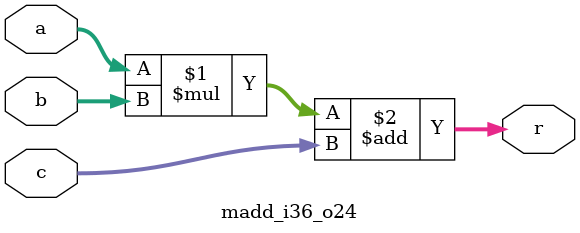
<source format=v>
module madd_i36_o24 (a, b, c, r);
input [11:0] a, b, c;
output [23:0] r;


assign r = (a * b) + c;

endmodule  

</source>
